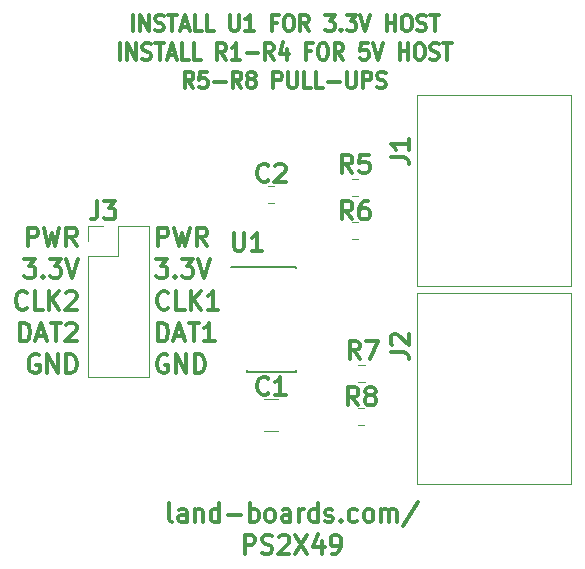
<source format=gto>
G04 #@! TF.GenerationSoftware,KiCad,Pcbnew,(5.1.10)-1*
G04 #@! TF.CreationDate,2022-01-20T17:19:38-05:00*
G04 #@! TF.ProjectId,PS2X49,50533258-3439-42e6-9b69-6361645f7063,X1*
G04 #@! TF.SameCoordinates,Original*
G04 #@! TF.FileFunction,Legend,Top*
G04 #@! TF.FilePolarity,Positive*
%FSLAX46Y46*%
G04 Gerber Fmt 4.6, Leading zero omitted, Abs format (unit mm)*
G04 Created by KiCad (PCBNEW (5.1.10)-1) date 2022-01-20 17:19:38*
%MOMM*%
%LPD*%
G01*
G04 APERTURE LIST*
%ADD10C,0.317500*%
%ADD11C,0.304800*%
%ADD12C,0.120000*%
%ADD13C,0.150000*%
G04 APERTURE END LIST*
D10*
X21819809Y-12696976D02*
X21819809Y-11299976D01*
X22424571Y-12696976D02*
X22424571Y-11299976D01*
X23150285Y-12696976D01*
X23150285Y-11299976D01*
X23694571Y-12630452D02*
X23876000Y-12696976D01*
X24178380Y-12696976D01*
X24299333Y-12630452D01*
X24359809Y-12563928D01*
X24420285Y-12430880D01*
X24420285Y-12297833D01*
X24359809Y-12164785D01*
X24299333Y-12098261D01*
X24178380Y-12031738D01*
X23936476Y-11965214D01*
X23815523Y-11898690D01*
X23755047Y-11832166D01*
X23694571Y-11699119D01*
X23694571Y-11566071D01*
X23755047Y-11433023D01*
X23815523Y-11366500D01*
X23936476Y-11299976D01*
X24238857Y-11299976D01*
X24420285Y-11366500D01*
X24783142Y-11299976D02*
X25508857Y-11299976D01*
X25146000Y-12696976D02*
X25146000Y-11299976D01*
X25871714Y-12297833D02*
X26476476Y-12297833D01*
X25750761Y-12696976D02*
X26174095Y-11299976D01*
X26597428Y-12696976D01*
X27625523Y-12696976D02*
X27020761Y-12696976D01*
X27020761Y-11299976D01*
X28653619Y-12696976D02*
X28048857Y-12696976D01*
X28048857Y-11299976D01*
X30044571Y-11299976D02*
X30044571Y-12430880D01*
X30105047Y-12563928D01*
X30165523Y-12630452D01*
X30286476Y-12696976D01*
X30528380Y-12696976D01*
X30649333Y-12630452D01*
X30709809Y-12563928D01*
X30770285Y-12430880D01*
X30770285Y-11299976D01*
X32040285Y-12696976D02*
X31314571Y-12696976D01*
X31677428Y-12696976D02*
X31677428Y-11299976D01*
X31556476Y-11499547D01*
X31435523Y-11632595D01*
X31314571Y-11699119D01*
X33975523Y-11965214D02*
X33552190Y-11965214D01*
X33552190Y-12696976D02*
X33552190Y-11299976D01*
X34156952Y-11299976D01*
X34882666Y-11299976D02*
X35124571Y-11299976D01*
X35245523Y-11366500D01*
X35366476Y-11499547D01*
X35426952Y-11765642D01*
X35426952Y-12231309D01*
X35366476Y-12497404D01*
X35245523Y-12630452D01*
X35124571Y-12696976D01*
X34882666Y-12696976D01*
X34761714Y-12630452D01*
X34640761Y-12497404D01*
X34580285Y-12231309D01*
X34580285Y-11765642D01*
X34640761Y-11499547D01*
X34761714Y-11366500D01*
X34882666Y-11299976D01*
X36696952Y-12696976D02*
X36273619Y-12031738D01*
X35971238Y-12696976D02*
X35971238Y-11299976D01*
X36455047Y-11299976D01*
X36576000Y-11366500D01*
X36636476Y-11433023D01*
X36696952Y-11566071D01*
X36696952Y-11765642D01*
X36636476Y-11898690D01*
X36576000Y-11965214D01*
X36455047Y-12031738D01*
X35971238Y-12031738D01*
X38087904Y-11299976D02*
X38874095Y-11299976D01*
X38450761Y-11832166D01*
X38632190Y-11832166D01*
X38753142Y-11898690D01*
X38813619Y-11965214D01*
X38874095Y-12098261D01*
X38874095Y-12430880D01*
X38813619Y-12563928D01*
X38753142Y-12630452D01*
X38632190Y-12696976D01*
X38269333Y-12696976D01*
X38148380Y-12630452D01*
X38087904Y-12563928D01*
X39418380Y-12563928D02*
X39478857Y-12630452D01*
X39418380Y-12696976D01*
X39357904Y-12630452D01*
X39418380Y-12563928D01*
X39418380Y-12696976D01*
X39902190Y-11299976D02*
X40688380Y-11299976D01*
X40265047Y-11832166D01*
X40446476Y-11832166D01*
X40567428Y-11898690D01*
X40627904Y-11965214D01*
X40688380Y-12098261D01*
X40688380Y-12430880D01*
X40627904Y-12563928D01*
X40567428Y-12630452D01*
X40446476Y-12696976D01*
X40083619Y-12696976D01*
X39962666Y-12630452D01*
X39902190Y-12563928D01*
X41051238Y-11299976D02*
X41474571Y-12696976D01*
X41897904Y-11299976D01*
X43288857Y-12696976D02*
X43288857Y-11299976D01*
X43288857Y-11965214D02*
X44014571Y-11965214D01*
X44014571Y-12696976D02*
X44014571Y-11299976D01*
X44861238Y-11299976D02*
X45103142Y-11299976D01*
X45224095Y-11366500D01*
X45345047Y-11499547D01*
X45405523Y-11765642D01*
X45405523Y-12231309D01*
X45345047Y-12497404D01*
X45224095Y-12630452D01*
X45103142Y-12696976D01*
X44861238Y-12696976D01*
X44740285Y-12630452D01*
X44619333Y-12497404D01*
X44558857Y-12231309D01*
X44558857Y-11765642D01*
X44619333Y-11499547D01*
X44740285Y-11366500D01*
X44861238Y-11299976D01*
X45889333Y-12630452D02*
X46070761Y-12696976D01*
X46373142Y-12696976D01*
X46494095Y-12630452D01*
X46554571Y-12563928D01*
X46615047Y-12430880D01*
X46615047Y-12297833D01*
X46554571Y-12164785D01*
X46494095Y-12098261D01*
X46373142Y-12031738D01*
X46131238Y-11965214D01*
X46010285Y-11898690D01*
X45949809Y-11832166D01*
X45889333Y-11699119D01*
X45889333Y-11566071D01*
X45949809Y-11433023D01*
X46010285Y-11366500D01*
X46131238Y-11299976D01*
X46433619Y-11299976D01*
X46615047Y-11366500D01*
X46977904Y-11299976D02*
X47703619Y-11299976D01*
X47340761Y-12696976D02*
X47340761Y-11299976D01*
X20731238Y-15109976D02*
X20731238Y-13712976D01*
X21336000Y-15109976D02*
X21336000Y-13712976D01*
X22061714Y-15109976D01*
X22061714Y-13712976D01*
X22606000Y-15043452D02*
X22787428Y-15109976D01*
X23089809Y-15109976D01*
X23210761Y-15043452D01*
X23271238Y-14976928D01*
X23331714Y-14843880D01*
X23331714Y-14710833D01*
X23271238Y-14577785D01*
X23210761Y-14511261D01*
X23089809Y-14444738D01*
X22847904Y-14378214D01*
X22726952Y-14311690D01*
X22666476Y-14245166D01*
X22606000Y-14112119D01*
X22606000Y-13979071D01*
X22666476Y-13846023D01*
X22726952Y-13779500D01*
X22847904Y-13712976D01*
X23150285Y-13712976D01*
X23331714Y-13779500D01*
X23694571Y-13712976D02*
X24420285Y-13712976D01*
X24057428Y-15109976D02*
X24057428Y-13712976D01*
X24783142Y-14710833D02*
X25387904Y-14710833D01*
X24662190Y-15109976D02*
X25085523Y-13712976D01*
X25508857Y-15109976D01*
X26536952Y-15109976D02*
X25932190Y-15109976D01*
X25932190Y-13712976D01*
X27565047Y-15109976D02*
X26960285Y-15109976D01*
X26960285Y-13712976D01*
X29681714Y-15109976D02*
X29258380Y-14444738D01*
X28956000Y-15109976D02*
X28956000Y-13712976D01*
X29439809Y-13712976D01*
X29560761Y-13779500D01*
X29621238Y-13846023D01*
X29681714Y-13979071D01*
X29681714Y-14178642D01*
X29621238Y-14311690D01*
X29560761Y-14378214D01*
X29439809Y-14444738D01*
X28956000Y-14444738D01*
X30891238Y-15109976D02*
X30165523Y-15109976D01*
X30528380Y-15109976D02*
X30528380Y-13712976D01*
X30407428Y-13912547D01*
X30286476Y-14045595D01*
X30165523Y-14112119D01*
X31435523Y-14577785D02*
X32403142Y-14577785D01*
X33733619Y-15109976D02*
X33310285Y-14444738D01*
X33007904Y-15109976D02*
X33007904Y-13712976D01*
X33491714Y-13712976D01*
X33612666Y-13779500D01*
X33673142Y-13846023D01*
X33733619Y-13979071D01*
X33733619Y-14178642D01*
X33673142Y-14311690D01*
X33612666Y-14378214D01*
X33491714Y-14444738D01*
X33007904Y-14444738D01*
X34822190Y-14178642D02*
X34822190Y-15109976D01*
X34519809Y-13646452D02*
X34217428Y-14644309D01*
X35003619Y-14644309D01*
X36878380Y-14378214D02*
X36455047Y-14378214D01*
X36455047Y-15109976D02*
X36455047Y-13712976D01*
X37059809Y-13712976D01*
X37785523Y-13712976D02*
X38027428Y-13712976D01*
X38148380Y-13779500D01*
X38269333Y-13912547D01*
X38329809Y-14178642D01*
X38329809Y-14644309D01*
X38269333Y-14910404D01*
X38148380Y-15043452D01*
X38027428Y-15109976D01*
X37785523Y-15109976D01*
X37664571Y-15043452D01*
X37543619Y-14910404D01*
X37483142Y-14644309D01*
X37483142Y-14178642D01*
X37543619Y-13912547D01*
X37664571Y-13779500D01*
X37785523Y-13712976D01*
X39599809Y-15109976D02*
X39176476Y-14444738D01*
X38874095Y-15109976D02*
X38874095Y-13712976D01*
X39357904Y-13712976D01*
X39478857Y-13779500D01*
X39539333Y-13846023D01*
X39599809Y-13979071D01*
X39599809Y-14178642D01*
X39539333Y-14311690D01*
X39478857Y-14378214D01*
X39357904Y-14444738D01*
X38874095Y-14444738D01*
X41716476Y-13712976D02*
X41111714Y-13712976D01*
X41051238Y-14378214D01*
X41111714Y-14311690D01*
X41232666Y-14245166D01*
X41535047Y-14245166D01*
X41656000Y-14311690D01*
X41716476Y-14378214D01*
X41776952Y-14511261D01*
X41776952Y-14843880D01*
X41716476Y-14976928D01*
X41656000Y-15043452D01*
X41535047Y-15109976D01*
X41232666Y-15109976D01*
X41111714Y-15043452D01*
X41051238Y-14976928D01*
X42139809Y-13712976D02*
X42563142Y-15109976D01*
X42986476Y-13712976D01*
X44377428Y-15109976D02*
X44377428Y-13712976D01*
X44377428Y-14378214D02*
X45103142Y-14378214D01*
X45103142Y-15109976D02*
X45103142Y-13712976D01*
X45949809Y-13712976D02*
X46191714Y-13712976D01*
X46312666Y-13779500D01*
X46433619Y-13912547D01*
X46494095Y-14178642D01*
X46494095Y-14644309D01*
X46433619Y-14910404D01*
X46312666Y-15043452D01*
X46191714Y-15109976D01*
X45949809Y-15109976D01*
X45828857Y-15043452D01*
X45707904Y-14910404D01*
X45647428Y-14644309D01*
X45647428Y-14178642D01*
X45707904Y-13912547D01*
X45828857Y-13779500D01*
X45949809Y-13712976D01*
X46977904Y-15043452D02*
X47159333Y-15109976D01*
X47461714Y-15109976D01*
X47582666Y-15043452D01*
X47643142Y-14976928D01*
X47703619Y-14843880D01*
X47703619Y-14710833D01*
X47643142Y-14577785D01*
X47582666Y-14511261D01*
X47461714Y-14444738D01*
X47219809Y-14378214D01*
X47098857Y-14311690D01*
X47038380Y-14245166D01*
X46977904Y-14112119D01*
X46977904Y-13979071D01*
X47038380Y-13846023D01*
X47098857Y-13779500D01*
X47219809Y-13712976D01*
X47522190Y-13712976D01*
X47703619Y-13779500D01*
X48066476Y-13712976D02*
X48792190Y-13712976D01*
X48429333Y-15109976D02*
X48429333Y-13712976D01*
X26930047Y-17522976D02*
X26506714Y-16857738D01*
X26204333Y-17522976D02*
X26204333Y-16125976D01*
X26688142Y-16125976D01*
X26809095Y-16192500D01*
X26869571Y-16259023D01*
X26930047Y-16392071D01*
X26930047Y-16591642D01*
X26869571Y-16724690D01*
X26809095Y-16791214D01*
X26688142Y-16857738D01*
X26204333Y-16857738D01*
X28079095Y-16125976D02*
X27474333Y-16125976D01*
X27413857Y-16791214D01*
X27474333Y-16724690D01*
X27595285Y-16658166D01*
X27897666Y-16658166D01*
X28018619Y-16724690D01*
X28079095Y-16791214D01*
X28139571Y-16924261D01*
X28139571Y-17256880D01*
X28079095Y-17389928D01*
X28018619Y-17456452D01*
X27897666Y-17522976D01*
X27595285Y-17522976D01*
X27474333Y-17456452D01*
X27413857Y-17389928D01*
X28683857Y-16990785D02*
X29651476Y-16990785D01*
X30981952Y-17522976D02*
X30558619Y-16857738D01*
X30256238Y-17522976D02*
X30256238Y-16125976D01*
X30740047Y-16125976D01*
X30861000Y-16192500D01*
X30921476Y-16259023D01*
X30981952Y-16392071D01*
X30981952Y-16591642D01*
X30921476Y-16724690D01*
X30861000Y-16791214D01*
X30740047Y-16857738D01*
X30256238Y-16857738D01*
X31707666Y-16724690D02*
X31586714Y-16658166D01*
X31526238Y-16591642D01*
X31465761Y-16458595D01*
X31465761Y-16392071D01*
X31526238Y-16259023D01*
X31586714Y-16192500D01*
X31707666Y-16125976D01*
X31949571Y-16125976D01*
X32070523Y-16192500D01*
X32131000Y-16259023D01*
X32191476Y-16392071D01*
X32191476Y-16458595D01*
X32131000Y-16591642D01*
X32070523Y-16658166D01*
X31949571Y-16724690D01*
X31707666Y-16724690D01*
X31586714Y-16791214D01*
X31526238Y-16857738D01*
X31465761Y-16990785D01*
X31465761Y-17256880D01*
X31526238Y-17389928D01*
X31586714Y-17456452D01*
X31707666Y-17522976D01*
X31949571Y-17522976D01*
X32070523Y-17456452D01*
X32131000Y-17389928D01*
X32191476Y-17256880D01*
X32191476Y-16990785D01*
X32131000Y-16857738D01*
X32070523Y-16791214D01*
X31949571Y-16724690D01*
X33703380Y-17522976D02*
X33703380Y-16125976D01*
X34187190Y-16125976D01*
X34308142Y-16192500D01*
X34368619Y-16259023D01*
X34429095Y-16392071D01*
X34429095Y-16591642D01*
X34368619Y-16724690D01*
X34308142Y-16791214D01*
X34187190Y-16857738D01*
X33703380Y-16857738D01*
X34973380Y-16125976D02*
X34973380Y-17256880D01*
X35033857Y-17389928D01*
X35094333Y-17456452D01*
X35215285Y-17522976D01*
X35457190Y-17522976D01*
X35578142Y-17456452D01*
X35638619Y-17389928D01*
X35699095Y-17256880D01*
X35699095Y-16125976D01*
X36908619Y-17522976D02*
X36303857Y-17522976D01*
X36303857Y-16125976D01*
X37936714Y-17522976D02*
X37331952Y-17522976D01*
X37331952Y-16125976D01*
X38360047Y-16990785D02*
X39327666Y-16990785D01*
X39932428Y-16125976D02*
X39932428Y-17256880D01*
X39992904Y-17389928D01*
X40053380Y-17456452D01*
X40174333Y-17522976D01*
X40416238Y-17522976D01*
X40537190Y-17456452D01*
X40597666Y-17389928D01*
X40658142Y-17256880D01*
X40658142Y-16125976D01*
X41262904Y-17522976D02*
X41262904Y-16125976D01*
X41746714Y-16125976D01*
X41867666Y-16192500D01*
X41928142Y-16259023D01*
X41988619Y-16392071D01*
X41988619Y-16591642D01*
X41928142Y-16724690D01*
X41867666Y-16791214D01*
X41746714Y-16857738D01*
X41262904Y-16857738D01*
X42472428Y-17456452D02*
X42653857Y-17522976D01*
X42956238Y-17522976D01*
X43077190Y-17456452D01*
X43137666Y-17389928D01*
X43198142Y-17256880D01*
X43198142Y-17123833D01*
X43137666Y-16990785D01*
X43077190Y-16924261D01*
X42956238Y-16857738D01*
X42714333Y-16791214D01*
X42593380Y-16724690D01*
X42532904Y-16658166D01*
X42472428Y-16525119D01*
X42472428Y-16392071D01*
X42532904Y-16259023D01*
X42593380Y-16192500D01*
X42714333Y-16125976D01*
X43016714Y-16125976D01*
X43198142Y-16192500D01*
D11*
X25109714Y-54239129D02*
X24964571Y-54163534D01*
X24891999Y-54012344D01*
X24891999Y-52651629D01*
X26343428Y-54239129D02*
X26343428Y-53407582D01*
X26270857Y-53256391D01*
X26125714Y-53180796D01*
X25835428Y-53180796D01*
X25690285Y-53256391D01*
X26343428Y-54163534D02*
X26198285Y-54239129D01*
X25835428Y-54239129D01*
X25690285Y-54163534D01*
X25617714Y-54012344D01*
X25617714Y-53861153D01*
X25690285Y-53709963D01*
X25835428Y-53634367D01*
X26198285Y-53634367D01*
X26343428Y-53558772D01*
X27069142Y-53180796D02*
X27069142Y-54239129D01*
X27069142Y-53331986D02*
X27141714Y-53256391D01*
X27286857Y-53180796D01*
X27504571Y-53180796D01*
X27649714Y-53256391D01*
X27722285Y-53407582D01*
X27722285Y-54239129D01*
X29101142Y-54239129D02*
X29101142Y-52651629D01*
X29101142Y-54163534D02*
X28955999Y-54239129D01*
X28665714Y-54239129D01*
X28520571Y-54163534D01*
X28447999Y-54087939D01*
X28375428Y-53936748D01*
X28375428Y-53483177D01*
X28447999Y-53331986D01*
X28520571Y-53256391D01*
X28665714Y-53180796D01*
X28955999Y-53180796D01*
X29101142Y-53256391D01*
X29826857Y-53634367D02*
X30987999Y-53634367D01*
X31713714Y-54239129D02*
X31713714Y-52651629D01*
X31713714Y-53256391D02*
X31858857Y-53180796D01*
X32149142Y-53180796D01*
X32294285Y-53256391D01*
X32366857Y-53331986D01*
X32439428Y-53483177D01*
X32439428Y-53936748D01*
X32366857Y-54087939D01*
X32294285Y-54163534D01*
X32149142Y-54239129D01*
X31858857Y-54239129D01*
X31713714Y-54163534D01*
X33310285Y-54239129D02*
X33165142Y-54163534D01*
X33092571Y-54087939D01*
X33019999Y-53936748D01*
X33019999Y-53483177D01*
X33092571Y-53331986D01*
X33165142Y-53256391D01*
X33310285Y-53180796D01*
X33527999Y-53180796D01*
X33673142Y-53256391D01*
X33745714Y-53331986D01*
X33818285Y-53483177D01*
X33818285Y-53936748D01*
X33745714Y-54087939D01*
X33673142Y-54163534D01*
X33527999Y-54239129D01*
X33310285Y-54239129D01*
X35124571Y-54239129D02*
X35124571Y-53407582D01*
X35052000Y-53256391D01*
X34906857Y-53180796D01*
X34616571Y-53180796D01*
X34471428Y-53256391D01*
X35124571Y-54163534D02*
X34979428Y-54239129D01*
X34616571Y-54239129D01*
X34471428Y-54163534D01*
X34398857Y-54012344D01*
X34398857Y-53861153D01*
X34471428Y-53709963D01*
X34616571Y-53634367D01*
X34979428Y-53634367D01*
X35124571Y-53558772D01*
X35850285Y-54239129D02*
X35850285Y-53180796D01*
X35850285Y-53483177D02*
X35922857Y-53331986D01*
X35995428Y-53256391D01*
X36140571Y-53180796D01*
X36285714Y-53180796D01*
X37446857Y-54239129D02*
X37446857Y-52651629D01*
X37446857Y-54163534D02*
X37301714Y-54239129D01*
X37011428Y-54239129D01*
X36866285Y-54163534D01*
X36793714Y-54087939D01*
X36721142Y-53936748D01*
X36721142Y-53483177D01*
X36793714Y-53331986D01*
X36866285Y-53256391D01*
X37011428Y-53180796D01*
X37301714Y-53180796D01*
X37446857Y-53256391D01*
X38099999Y-54163534D02*
X38245142Y-54239129D01*
X38535428Y-54239129D01*
X38680571Y-54163534D01*
X38753142Y-54012344D01*
X38753142Y-53936748D01*
X38680571Y-53785558D01*
X38535428Y-53709963D01*
X38317714Y-53709963D01*
X38172571Y-53634367D01*
X38099999Y-53483177D01*
X38099999Y-53407582D01*
X38172571Y-53256391D01*
X38317714Y-53180796D01*
X38535428Y-53180796D01*
X38680571Y-53256391D01*
X39406285Y-54087939D02*
X39478857Y-54163534D01*
X39406285Y-54239129D01*
X39333714Y-54163534D01*
X39406285Y-54087939D01*
X39406285Y-54239129D01*
X40785142Y-54163534D02*
X40639999Y-54239129D01*
X40349714Y-54239129D01*
X40204571Y-54163534D01*
X40131999Y-54087939D01*
X40059428Y-53936748D01*
X40059428Y-53483177D01*
X40131999Y-53331986D01*
X40204571Y-53256391D01*
X40349714Y-53180796D01*
X40639999Y-53180796D01*
X40785142Y-53256391D01*
X41655999Y-54239129D02*
X41510857Y-54163534D01*
X41438285Y-54087939D01*
X41365714Y-53936748D01*
X41365714Y-53483177D01*
X41438285Y-53331986D01*
X41510857Y-53256391D01*
X41655999Y-53180796D01*
X41873714Y-53180796D01*
X42018857Y-53256391D01*
X42091428Y-53331986D01*
X42163999Y-53483177D01*
X42163999Y-53936748D01*
X42091428Y-54087939D01*
X42018857Y-54163534D01*
X41873714Y-54239129D01*
X41655999Y-54239129D01*
X42817142Y-54239129D02*
X42817142Y-53180796D01*
X42817142Y-53331986D02*
X42889714Y-53256391D01*
X43034857Y-53180796D01*
X43252571Y-53180796D01*
X43397714Y-53256391D01*
X43470285Y-53407582D01*
X43470285Y-54239129D01*
X43470285Y-53407582D02*
X43542857Y-53256391D01*
X43688000Y-53180796D01*
X43905714Y-53180796D01*
X44050857Y-53256391D01*
X44123428Y-53407582D01*
X44123428Y-54239129D01*
X45937714Y-52576034D02*
X44631428Y-54617105D01*
X31278285Y-56925179D02*
X31278285Y-55337679D01*
X31858857Y-55337679D01*
X32004000Y-55413275D01*
X32076571Y-55488870D01*
X32149142Y-55640060D01*
X32149142Y-55866846D01*
X32076571Y-56018036D01*
X32004000Y-56093632D01*
X31858857Y-56169227D01*
X31278285Y-56169227D01*
X32729714Y-56849584D02*
X32947428Y-56925179D01*
X33310285Y-56925179D01*
X33455428Y-56849584D01*
X33528000Y-56773989D01*
X33600571Y-56622798D01*
X33600571Y-56471608D01*
X33528000Y-56320417D01*
X33455428Y-56244822D01*
X33310285Y-56169227D01*
X33020000Y-56093632D01*
X32874857Y-56018036D01*
X32802285Y-55942441D01*
X32729714Y-55791251D01*
X32729714Y-55640060D01*
X32802285Y-55488870D01*
X32874857Y-55413275D01*
X33020000Y-55337679D01*
X33382857Y-55337679D01*
X33600571Y-55413275D01*
X34181142Y-55488870D02*
X34253714Y-55413275D01*
X34398857Y-55337679D01*
X34761714Y-55337679D01*
X34906857Y-55413275D01*
X34979428Y-55488870D01*
X35052000Y-55640060D01*
X35052000Y-55791251D01*
X34979428Y-56018036D01*
X34108571Y-56925179D01*
X35052000Y-56925179D01*
X35560000Y-55337679D02*
X36576000Y-56925179D01*
X36576000Y-55337679D02*
X35560000Y-56925179D01*
X37809714Y-55866846D02*
X37809714Y-56925179D01*
X37446857Y-55262084D02*
X37084000Y-56396013D01*
X38027428Y-56396013D01*
X38680571Y-56925179D02*
X38970857Y-56925179D01*
X39116000Y-56849584D01*
X39188571Y-56773989D01*
X39333714Y-56547203D01*
X39406285Y-56244822D01*
X39406285Y-55640060D01*
X39333714Y-55488870D01*
X39261142Y-55413275D01*
X39116000Y-55337679D01*
X38825714Y-55337679D01*
X38680571Y-55413275D01*
X38608000Y-55488870D01*
X38535428Y-55640060D01*
X38535428Y-56018036D01*
X38608000Y-56169227D01*
X38680571Y-56244822D01*
X38825714Y-56320417D01*
X39116000Y-56320417D01*
X39261142Y-56244822D01*
X39333714Y-56169227D01*
X39406285Y-56018036D01*
X12901022Y-30906054D02*
X12901022Y-29318554D01*
X13481594Y-29318554D01*
X13626737Y-29394150D01*
X13699308Y-29469745D01*
X13771880Y-29620935D01*
X13771880Y-29847721D01*
X13699308Y-29998911D01*
X13626737Y-30074507D01*
X13481594Y-30150102D01*
X12901022Y-30150102D01*
X14279880Y-29318554D02*
X14642737Y-30906054D01*
X14933022Y-29772126D01*
X15223308Y-30906054D01*
X15586165Y-29318554D01*
X17037594Y-30906054D02*
X16529594Y-30150102D01*
X16166737Y-30906054D02*
X16166737Y-29318554D01*
X16747308Y-29318554D01*
X16892451Y-29394150D01*
X16965022Y-29469745D01*
X17037594Y-29620935D01*
X17037594Y-29847721D01*
X16965022Y-29998911D01*
X16892451Y-30074507D01*
X16747308Y-30150102D01*
X16166737Y-30150102D01*
X12610737Y-32004604D02*
X13554165Y-32004604D01*
X13046165Y-32609366D01*
X13263880Y-32609366D01*
X13409022Y-32684961D01*
X13481594Y-32760557D01*
X13554165Y-32911747D01*
X13554165Y-33289723D01*
X13481594Y-33440914D01*
X13409022Y-33516509D01*
X13263880Y-33592104D01*
X12828451Y-33592104D01*
X12683308Y-33516509D01*
X12610737Y-33440914D01*
X14207308Y-33440914D02*
X14279880Y-33516509D01*
X14207308Y-33592104D01*
X14134737Y-33516509D01*
X14207308Y-33440914D01*
X14207308Y-33592104D01*
X14787880Y-32004604D02*
X15731308Y-32004604D01*
X15223308Y-32609366D01*
X15441022Y-32609366D01*
X15586165Y-32684961D01*
X15658737Y-32760557D01*
X15731308Y-32911747D01*
X15731308Y-33289723D01*
X15658737Y-33440914D01*
X15586165Y-33516509D01*
X15441022Y-33592104D01*
X15005594Y-33592104D01*
X14860451Y-33516509D01*
X14787880Y-33440914D01*
X16166737Y-32004604D02*
X16674737Y-33592104D01*
X17182737Y-32004604D01*
X12828451Y-36126964D02*
X12755879Y-36202559D01*
X12538165Y-36278154D01*
X12393022Y-36278154D01*
X12175308Y-36202559D01*
X12030165Y-36051369D01*
X11957594Y-35900178D01*
X11885022Y-35597797D01*
X11885022Y-35371011D01*
X11957594Y-35068630D01*
X12030165Y-34917440D01*
X12175308Y-34766250D01*
X12393022Y-34690654D01*
X12538165Y-34690654D01*
X12755879Y-34766250D01*
X12828451Y-34841845D01*
X14207308Y-36278154D02*
X13481594Y-36278154D01*
X13481594Y-34690654D01*
X14715308Y-36278154D02*
X14715308Y-34690654D01*
X15586165Y-36278154D02*
X14933022Y-35371011D01*
X15586165Y-34690654D02*
X14715308Y-35597797D01*
X16166737Y-34841845D02*
X16239308Y-34766250D01*
X16384451Y-34690654D01*
X16747308Y-34690654D01*
X16892451Y-34766250D01*
X16965022Y-34841845D01*
X17037594Y-34993035D01*
X17037594Y-35144226D01*
X16965022Y-35371011D01*
X16094165Y-36278154D01*
X17037594Y-36278154D01*
X12247880Y-38964204D02*
X12247880Y-37376704D01*
X12610737Y-37376704D01*
X12828451Y-37452300D01*
X12973594Y-37603490D01*
X13046165Y-37754680D01*
X13118737Y-38057061D01*
X13118737Y-38283847D01*
X13046165Y-38586228D01*
X12973594Y-38737419D01*
X12828451Y-38888609D01*
X12610737Y-38964204D01*
X12247880Y-38964204D01*
X13699308Y-38510633D02*
X14425022Y-38510633D01*
X13554165Y-38964204D02*
X14062165Y-37376704D01*
X14570165Y-38964204D01*
X14860451Y-37376704D02*
X15731308Y-37376704D01*
X15295880Y-38964204D02*
X15295880Y-37376704D01*
X16166737Y-37527895D02*
X16239308Y-37452300D01*
X16384451Y-37376704D01*
X16747308Y-37376704D01*
X16892451Y-37452300D01*
X16965022Y-37527895D01*
X17037594Y-37679085D01*
X17037594Y-37830276D01*
X16965022Y-38057061D01*
X16094165Y-38964204D01*
X17037594Y-38964204D01*
X13844451Y-40138350D02*
X13699308Y-40062754D01*
X13481594Y-40062754D01*
X13263880Y-40138350D01*
X13118737Y-40289540D01*
X13046165Y-40440730D01*
X12973594Y-40743111D01*
X12973594Y-40969897D01*
X13046165Y-41272278D01*
X13118737Y-41423469D01*
X13263880Y-41574659D01*
X13481594Y-41650254D01*
X13626737Y-41650254D01*
X13844451Y-41574659D01*
X13917022Y-41499064D01*
X13917022Y-40969897D01*
X13626737Y-40969897D01*
X14570165Y-41650254D02*
X14570165Y-40062754D01*
X15441022Y-41650254D01*
X15441022Y-40062754D01*
X16166737Y-41650254D02*
X16166737Y-40062754D01*
X16529594Y-40062754D01*
X16747308Y-40138350D01*
X16892451Y-40289540D01*
X16965022Y-40440730D01*
X17037594Y-40743111D01*
X17037594Y-40969897D01*
X16965022Y-41272278D01*
X16892451Y-41423469D01*
X16747308Y-41574659D01*
X16529594Y-41650254D01*
X16166737Y-41650254D01*
X23928977Y-30906054D02*
X23928977Y-29318554D01*
X24509548Y-29318554D01*
X24654691Y-29394150D01*
X24727262Y-29469745D01*
X24799834Y-29620935D01*
X24799834Y-29847721D01*
X24727262Y-29998911D01*
X24654691Y-30074507D01*
X24509548Y-30150102D01*
X23928977Y-30150102D01*
X25307834Y-29318554D02*
X25670691Y-30906054D01*
X25960977Y-29772126D01*
X26251262Y-30906054D01*
X26614120Y-29318554D01*
X28065548Y-30906054D02*
X27557548Y-30150102D01*
X27194691Y-30906054D02*
X27194691Y-29318554D01*
X27775262Y-29318554D01*
X27920405Y-29394150D01*
X27992977Y-29469745D01*
X28065548Y-29620935D01*
X28065548Y-29847721D01*
X27992977Y-29998911D01*
X27920405Y-30074507D01*
X27775262Y-30150102D01*
X27194691Y-30150102D01*
X23783834Y-32004604D02*
X24727262Y-32004604D01*
X24219262Y-32609366D01*
X24436977Y-32609366D01*
X24582120Y-32684961D01*
X24654691Y-32760557D01*
X24727262Y-32911747D01*
X24727262Y-33289723D01*
X24654691Y-33440914D01*
X24582120Y-33516509D01*
X24436977Y-33592104D01*
X24001548Y-33592104D01*
X23856405Y-33516509D01*
X23783834Y-33440914D01*
X25380405Y-33440914D02*
X25452977Y-33516509D01*
X25380405Y-33592104D01*
X25307834Y-33516509D01*
X25380405Y-33440914D01*
X25380405Y-33592104D01*
X25960977Y-32004604D02*
X26904405Y-32004604D01*
X26396405Y-32609366D01*
X26614120Y-32609366D01*
X26759262Y-32684961D01*
X26831834Y-32760557D01*
X26904405Y-32911747D01*
X26904405Y-33289723D01*
X26831834Y-33440914D01*
X26759262Y-33516509D01*
X26614120Y-33592104D01*
X26178691Y-33592104D01*
X26033548Y-33516509D01*
X25960977Y-33440914D01*
X27339834Y-32004604D02*
X27847834Y-33592104D01*
X28355834Y-32004604D01*
X24799834Y-36126964D02*
X24727262Y-36202559D01*
X24509548Y-36278154D01*
X24364405Y-36278154D01*
X24146691Y-36202559D01*
X24001548Y-36051369D01*
X23928977Y-35900178D01*
X23856405Y-35597797D01*
X23856405Y-35371011D01*
X23928977Y-35068630D01*
X24001548Y-34917440D01*
X24146691Y-34766250D01*
X24364405Y-34690654D01*
X24509548Y-34690654D01*
X24727262Y-34766250D01*
X24799834Y-34841845D01*
X26178691Y-36278154D02*
X25452977Y-36278154D01*
X25452977Y-34690654D01*
X26686691Y-36278154D02*
X26686691Y-34690654D01*
X27557548Y-36278154D02*
X26904405Y-35371011D01*
X27557548Y-34690654D02*
X26686691Y-35597797D01*
X29008977Y-36278154D02*
X28138120Y-36278154D01*
X28573548Y-36278154D02*
X28573548Y-34690654D01*
X28428405Y-34917440D01*
X28283262Y-35068630D01*
X28138120Y-35144226D01*
X23928977Y-38964204D02*
X23928977Y-37376704D01*
X24291834Y-37376704D01*
X24509548Y-37452300D01*
X24654691Y-37603490D01*
X24727262Y-37754680D01*
X24799834Y-38057061D01*
X24799834Y-38283847D01*
X24727262Y-38586228D01*
X24654691Y-38737419D01*
X24509548Y-38888609D01*
X24291834Y-38964204D01*
X23928977Y-38964204D01*
X25380405Y-38510633D02*
X26106120Y-38510633D01*
X25235262Y-38964204D02*
X25743262Y-37376704D01*
X26251262Y-38964204D01*
X26541548Y-37376704D02*
X27412405Y-37376704D01*
X26976977Y-38964204D02*
X26976977Y-37376704D01*
X28718691Y-38964204D02*
X27847834Y-38964204D01*
X28283262Y-38964204D02*
X28283262Y-37376704D01*
X28138120Y-37603490D01*
X27992977Y-37754680D01*
X27847834Y-37830276D01*
X24727262Y-40138350D02*
X24582120Y-40062754D01*
X24364405Y-40062754D01*
X24146691Y-40138350D01*
X24001548Y-40289540D01*
X23928977Y-40440730D01*
X23856405Y-40743111D01*
X23856405Y-40969897D01*
X23928977Y-41272278D01*
X24001548Y-41423469D01*
X24146691Y-41574659D01*
X24364405Y-41650254D01*
X24509548Y-41650254D01*
X24727262Y-41574659D01*
X24799834Y-41499064D01*
X24799834Y-40969897D01*
X24509548Y-40969897D01*
X25452977Y-41650254D02*
X25452977Y-40062754D01*
X26323834Y-41650254D01*
X26323834Y-40062754D01*
X27049548Y-41650254D02*
X27049548Y-40062754D01*
X27412405Y-40062754D01*
X27630120Y-40138350D01*
X27775262Y-40289540D01*
X27847834Y-40440730D01*
X27920405Y-40743111D01*
X27920405Y-40969897D01*
X27847834Y-41272278D01*
X27775262Y-41423469D01*
X27630120Y-41574659D01*
X27412405Y-41650254D01*
X27049548Y-41650254D01*
D12*
X58892000Y-34292000D02*
X58892000Y-18092000D01*
X45892000Y-34292000D02*
X45892000Y-18092000D01*
X45892000Y-34292000D02*
X58892000Y-34292000D01*
X45892000Y-18092000D02*
X58892000Y-18092000D01*
X45892000Y-34856000D02*
X58892000Y-34856000D01*
X45892000Y-51056000D02*
X58892000Y-51056000D01*
X45892000Y-51056000D02*
X45892000Y-34856000D01*
X58892000Y-51056000D02*
X58892000Y-34856000D01*
X17974000Y-29150000D02*
X19304000Y-29150000D01*
X17974000Y-30480000D02*
X17974000Y-29150000D01*
X20574000Y-29150000D02*
X23174000Y-29150000D01*
X20574000Y-31750000D02*
X20574000Y-29150000D01*
X17974000Y-31750000D02*
X20574000Y-31750000D01*
X23174000Y-29150000D02*
X23174000Y-41970000D01*
X17974000Y-31750000D02*
X17974000Y-41970000D01*
X17974000Y-41970000D02*
X23174000Y-41970000D01*
D13*
X31453000Y-32659000D02*
X30078000Y-32659000D01*
X31453000Y-41534000D02*
X35603000Y-41534000D01*
X31453000Y-32634000D02*
X35603000Y-32634000D01*
X31453000Y-41534000D02*
X31453000Y-41419000D01*
X35603000Y-41534000D02*
X35603000Y-41419000D01*
X35603000Y-32634000D02*
X35603000Y-32749000D01*
X31453000Y-32634000D02*
X31453000Y-32659000D01*
D12*
X32925936Y-46572000D02*
X34130064Y-46572000D01*
X32925936Y-43852000D02*
X34130064Y-43852000D01*
X40378748Y-26618000D02*
X40901252Y-26618000D01*
X40378748Y-25198000D02*
X40901252Y-25198000D01*
X40378748Y-28881000D02*
X40901252Y-28881000D01*
X40378748Y-30301000D02*
X40901252Y-30301000D01*
X40895748Y-42366000D02*
X41418252Y-42366000D01*
X40895748Y-40946000D02*
X41418252Y-40946000D01*
X40886748Y-44629000D02*
X41409252Y-44629000D01*
X40886748Y-46049000D02*
X41409252Y-46049000D01*
X33266748Y-27253000D02*
X33789252Y-27253000D01*
X33266748Y-25833000D02*
X33789252Y-25833000D01*
D11*
X43615428Y-23368000D02*
X44704000Y-23368000D01*
X44921714Y-23440571D01*
X45066857Y-23585714D01*
X45139428Y-23803428D01*
X45139428Y-23948571D01*
X45139428Y-21844000D02*
X45139428Y-22714857D01*
X45139428Y-22279428D02*
X43615428Y-22279428D01*
X43833142Y-22424571D01*
X43978285Y-22569714D01*
X44050857Y-22714857D01*
X43615428Y-39878000D02*
X44704000Y-39878000D01*
X44921714Y-39950571D01*
X45066857Y-40095714D01*
X45139428Y-40313428D01*
X45139428Y-40458571D01*
X43760571Y-39224857D02*
X43688000Y-39152285D01*
X43615428Y-39007142D01*
X43615428Y-38644285D01*
X43688000Y-38499142D01*
X43760571Y-38426571D01*
X43905714Y-38354000D01*
X44050857Y-38354000D01*
X44268571Y-38426571D01*
X45139428Y-39297428D01*
X45139428Y-38354000D01*
X18796000Y-27105428D02*
X18796000Y-28194000D01*
X18723428Y-28411714D01*
X18578285Y-28556857D01*
X18360571Y-28629428D01*
X18215428Y-28629428D01*
X19376571Y-27105428D02*
X20320000Y-27105428D01*
X19812000Y-27686000D01*
X20029714Y-27686000D01*
X20174857Y-27758571D01*
X20247428Y-27831142D01*
X20320000Y-27976285D01*
X20320000Y-28339142D01*
X20247428Y-28484285D01*
X20174857Y-28556857D01*
X20029714Y-28629428D01*
X19594285Y-28629428D01*
X19449142Y-28556857D01*
X19376571Y-28484285D01*
X30334857Y-29772428D02*
X30334857Y-31006142D01*
X30407428Y-31151285D01*
X30480000Y-31223857D01*
X30625142Y-31296428D01*
X30915428Y-31296428D01*
X31060571Y-31223857D01*
X31133142Y-31151285D01*
X31205714Y-31006142D01*
X31205714Y-29772428D01*
X32729714Y-31296428D02*
X31858857Y-31296428D01*
X32294285Y-31296428D02*
X32294285Y-29772428D01*
X32149142Y-29990142D01*
X32004000Y-30135285D01*
X31858857Y-30207857D01*
X33274000Y-43343285D02*
X33201428Y-43415857D01*
X32983714Y-43488428D01*
X32838571Y-43488428D01*
X32620857Y-43415857D01*
X32475714Y-43270714D01*
X32403142Y-43125571D01*
X32330571Y-42835285D01*
X32330571Y-42617571D01*
X32403142Y-42327285D01*
X32475714Y-42182142D01*
X32620857Y-42037000D01*
X32838571Y-41964428D01*
X32983714Y-41964428D01*
X33201428Y-42037000D01*
X33274000Y-42109571D01*
X34725428Y-43488428D02*
X33854571Y-43488428D01*
X34290000Y-43488428D02*
X34290000Y-41964428D01*
X34144857Y-42182142D01*
X33999714Y-42327285D01*
X33854571Y-42399857D01*
X40386000Y-24692428D02*
X39878000Y-23966714D01*
X39515142Y-24692428D02*
X39515142Y-23168428D01*
X40095714Y-23168428D01*
X40240857Y-23241000D01*
X40313428Y-23313571D01*
X40386000Y-23458714D01*
X40386000Y-23676428D01*
X40313428Y-23821571D01*
X40240857Y-23894142D01*
X40095714Y-23966714D01*
X39515142Y-23966714D01*
X41764857Y-23168428D02*
X41039142Y-23168428D01*
X40966571Y-23894142D01*
X41039142Y-23821571D01*
X41184285Y-23749000D01*
X41547142Y-23749000D01*
X41692285Y-23821571D01*
X41764857Y-23894142D01*
X41837428Y-24039285D01*
X41837428Y-24402142D01*
X41764857Y-24547285D01*
X41692285Y-24619857D01*
X41547142Y-24692428D01*
X41184285Y-24692428D01*
X41039142Y-24619857D01*
X40966571Y-24547285D01*
X40386000Y-28629428D02*
X39878000Y-27903714D01*
X39515142Y-28629428D02*
X39515142Y-27105428D01*
X40095714Y-27105428D01*
X40240857Y-27178000D01*
X40313428Y-27250571D01*
X40386000Y-27395714D01*
X40386000Y-27613428D01*
X40313428Y-27758571D01*
X40240857Y-27831142D01*
X40095714Y-27903714D01*
X39515142Y-27903714D01*
X41692285Y-27105428D02*
X41402000Y-27105428D01*
X41256857Y-27178000D01*
X41184285Y-27250571D01*
X41039142Y-27468285D01*
X40966571Y-27758571D01*
X40966571Y-28339142D01*
X41039142Y-28484285D01*
X41111714Y-28556857D01*
X41256857Y-28629428D01*
X41547142Y-28629428D01*
X41692285Y-28556857D01*
X41764857Y-28484285D01*
X41837428Y-28339142D01*
X41837428Y-27976285D01*
X41764857Y-27831142D01*
X41692285Y-27758571D01*
X41547142Y-27686000D01*
X41256857Y-27686000D01*
X41111714Y-27758571D01*
X41039142Y-27831142D01*
X40966571Y-27976285D01*
X41021000Y-40440428D02*
X40513000Y-39714714D01*
X40150142Y-40440428D02*
X40150142Y-38916428D01*
X40730714Y-38916428D01*
X40875857Y-38989000D01*
X40948428Y-39061571D01*
X41021000Y-39206714D01*
X41021000Y-39424428D01*
X40948428Y-39569571D01*
X40875857Y-39642142D01*
X40730714Y-39714714D01*
X40150142Y-39714714D01*
X41529000Y-38916428D02*
X42545000Y-38916428D01*
X41891857Y-40440428D01*
X40894000Y-44378428D02*
X40386000Y-43652714D01*
X40023142Y-44378428D02*
X40023142Y-42854428D01*
X40603714Y-42854428D01*
X40748857Y-42927000D01*
X40821428Y-42999571D01*
X40894000Y-43144714D01*
X40894000Y-43362428D01*
X40821428Y-43507571D01*
X40748857Y-43580142D01*
X40603714Y-43652714D01*
X40023142Y-43652714D01*
X41764857Y-43507571D02*
X41619714Y-43435000D01*
X41547142Y-43362428D01*
X41474571Y-43217285D01*
X41474571Y-43144714D01*
X41547142Y-42999571D01*
X41619714Y-42927000D01*
X41764857Y-42854428D01*
X42055142Y-42854428D01*
X42200285Y-42927000D01*
X42272857Y-42999571D01*
X42345428Y-43144714D01*
X42345428Y-43217285D01*
X42272857Y-43362428D01*
X42200285Y-43435000D01*
X42055142Y-43507571D01*
X41764857Y-43507571D01*
X41619714Y-43580142D01*
X41547142Y-43652714D01*
X41474571Y-43797857D01*
X41474571Y-44088142D01*
X41547142Y-44233285D01*
X41619714Y-44305857D01*
X41764857Y-44378428D01*
X42055142Y-44378428D01*
X42200285Y-44305857D01*
X42272857Y-44233285D01*
X42345428Y-44088142D01*
X42345428Y-43797857D01*
X42272857Y-43652714D01*
X42200285Y-43580142D01*
X42055142Y-43507571D01*
X33274000Y-25309285D02*
X33201428Y-25381857D01*
X32983714Y-25454428D01*
X32838571Y-25454428D01*
X32620857Y-25381857D01*
X32475714Y-25236714D01*
X32403142Y-25091571D01*
X32330571Y-24801285D01*
X32330571Y-24583571D01*
X32403142Y-24293285D01*
X32475714Y-24148142D01*
X32620857Y-24003000D01*
X32838571Y-23930428D01*
X32983714Y-23930428D01*
X33201428Y-24003000D01*
X33274000Y-24075571D01*
X33854571Y-24075571D02*
X33927142Y-24003000D01*
X34072285Y-23930428D01*
X34435142Y-23930428D01*
X34580285Y-24003000D01*
X34652857Y-24075571D01*
X34725428Y-24220714D01*
X34725428Y-24365857D01*
X34652857Y-24583571D01*
X33782000Y-25454428D01*
X34725428Y-25454428D01*
M02*

</source>
